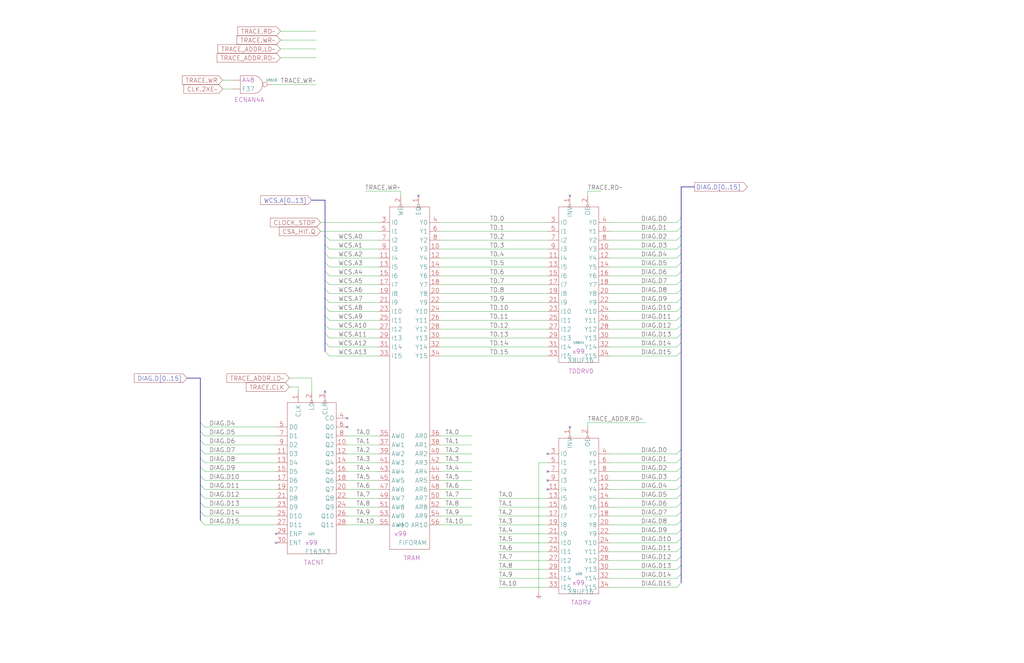
<source format=kicad_sch>
(kicad_sch (version 20230121) (generator eeschema)
  (paper "User" 584.2 378.46)
  (title_block (title "TRACE RAMS") (date "22-SEP-90") (rev "2.0") (comment 1 "IOC") (comment 2 "232-003061") (comment 3 "S400") (comment 4 "RELEASED"))
  (lib_symbols
    (symbol "r1000:F163X3" (pin_names (offset 1.016))
      (property "Reference" "U" (at 2.54 5.08 0))
      (property "Value" "F163X3" (at -1.27 -5.08 0))
      (property "Location" "___" (at -1.27 0 0))
      (property "Name" "______" (at 3.81 -12.7 0))
      (symbol "F163X3_1_1"
        (rectangle (start -11.43 80.01) (end 16.51 -6.35))
        (circle (center 2.54 80.645) (radius 0.635))
        (circle (center 10.16 80.645) (radius 0.635))
        (pin input line (at -5.08 86.36 270) (length 6.35) (name "CLK") (number "1"))
        (pin output line (at 22.86 55.88 180) (length 6.35) (name "Q2") (number "10"))
        (pin input line (at -17.78 50.8 0) (length 6.35) (name "D3") (number "11"))
        (pin output line (at 22.86 50.8 180) (length 6.35) (name "Q3") (number "12"))
        (pin input line (at -17.78 45.72 0) (length 6.35) (name "D4") (number "13"))
        (pin output line (at 22.86 45.72 180) (length 6.35) (name "Q4") (number "14"))
        (pin input line (at -17.78 40.64 0) (length 6.35) (name "D5") (number "15"))
        (pin output line (at 22.86 40.64 180) (length 6.35) (name "Q5") (number "16"))
        (pin input line (at -17.78 35.56 0) (length 6.35) (name "D6") (number "17"))
        (pin output line (at 22.86 35.56 180) (length 6.35) (name "Q6") (number "18"))
        (pin input line (at -17.78 30.48 0) (length 6.35) (name "D7") (number "19"))
        (pin input line (at 2.54 86.36 270) (length 5.08) (name "LD") (number "2"))
        (pin output line (at 22.86 30.48 180) (length 6.35) (name "Q7") (number "20"))
        (pin input line (at -17.78 25.4 0) (length 6.35) (name "D8") (number "21"))
        (pin output line (at 22.86 25.4 180) (length 6.35) (name "Q8") (number "22"))
        (pin input line (at -17.78 20.32 0) (length 6.35) (name "D9") (number "23"))
        (pin output line (at 22.86 20.32 180) (length 6.35) (name "Q9") (number "24"))
        (pin input line (at -17.78 15.24 0) (length 6.35) (name "D10") (number "25"))
        (pin output line (at 22.86 15.24 180) (length 6.35) (name "Q10") (number "26"))
        (pin input line (at -17.78 10.16 0) (length 6.35) (name "D11") (number "27"))
        (pin output line (at 22.86 10.16 180) (length 6.35) (name "Q11") (number "28"))
        (pin input line (at -17.78 5.08 0) (length 6.35) (name "ENP") (number "29"))
        (pin input line (at 10.16 86.36 270) (length 5.08) (name "CLR") (number "3"))
        (pin input line (at -17.78 0 0) (length 6.35) (name "ENT") (number "30"))
        (pin output line (at 22.86 71.12 180) (length 6.35) (name "CO") (number "4"))
        (pin input line (at -17.78 66.04 0) (length 6.35) (name "D0") (number "5"))
        (pin output line (at 22.86 66.04 180) (length 6.35) (name "Q0") (number "6"))
        (pin input line (at -17.78 60.96 0) (length 6.35) (name "D1") (number "7"))
        (pin output line (at 22.86 60.96 180) (length 6.35) (name "Q1") (number "8"))
        (pin input line (at -17.78 55.88 0) (length 6.35) (name "D2") (number "9"))
      )
    )
    (symbol "r1000:F37" (pin_numbers hide) (pin_names (offset 0) hide)
      (property "Reference" "U" (at 15.24 0 0))
      (property "Value" "F37" (at 1.905 -5.08 0))
      (property "Location" "___" (at 1.905 0 0))
      (property "Name" "______" (at 2.54 -12.7 0))
      (symbol "F37_0_1"
        (polyline (pts (xy -2.54 -7.62) (xy 5.08 -7.62)) (stroke (width 0.1524)))
        (polyline (pts (xy -2.54 2.54) (xy -2.54 -7.62)) (stroke (width 0.1524)))
        (polyline (pts (xy -2.54 2.54) (xy 5.08 2.54)) (stroke (width 0.1524)))
        (arc (start 5.08 -7.62) (mid 10.1282 -2.54) (end 5.08 2.54) (stroke (width 0.1524)))
        (circle (center 11.43 -2.54) (radius 1.27) (stroke (width 0.1524)))
      )
      (symbol "F37_0_2"
        (circle (center -3.81 -5.08) (radius 1.27) (stroke (width 0.1524)))
        (circle (center -3.81 0) (radius 1.27) (stroke (width 0.1524)))
        (arc (start -3.175 -7.62) (mid -2.134 -2.54) (end -3.175 2.54) (stroke (width 0.1524)))
        (polyline (pts (xy -3.175 -7.62) (xy 3.81 -7.62)) (stroke (width 0.1524)))
        (polyline (pts (xy -3.175 2.54) (xy 3.81 2.54)) (stroke (width 0.1524)))
        (arc (start 3.81 -7.62) (mid 7.5855 -5.8306) (end 10.16 -2.54) (stroke (width 0.1524)))
        (arc (start 10.16 -2.54) (mid 7.5827 0.7471) (end 3.81 2.54) (stroke (width 0.1524)))
      )
      (symbol "F37_1_1"
        (pin input line (at -7.62 0 0) (length 5.08) (name "D0") (number "1"))
        (pin input line (at -7.62 -5.08 0) (length 5.08) (name "D1") (number "2"))
        (pin output line (at 15.24 -2.54 180) (length 2.54) (name "Q") (number "3"))
      )
      (symbol "F37_1_2"
        (pin input line (at -7.62 0 0) (length 2.54) (name "D0") (number "1"))
        (pin input line (at -7.62 -5.08 0) (length 2.54) (name "D1") (number "2"))
        (pin output line (at 15.24 -2.54 180) (length 5.08) (name "Q") (number "3"))
      )
    )
    (symbol "r1000:FIFORAM" (pin_names (offset 1.016))
      (property "Reference" "U" (at 2.54 5.08 0))
      (property "Value" "FIFORAM" (at 1.27 -5.08 0))
      (property "Location" "___" (at -1.27 0 0))
      (property "Name" "______" (at 8.89 -15.24 0))
      (symbol "FIFORAM_1_1"
        (rectangle (start -3.81 186.69) (end 19.05 -8.89))
        (circle (center 2.54 187.325) (radius 0.635))
        (circle (center 12.7 187.325) (radius 0.635))
        (pin output line (at 12.7 193.04 270) (length 5.08) (name "EQ") (number "1"))
        (pin output line (at 25.4 162.56 180) (length 6.35) (name "Y3") (number "10"))
        (pin input line (at -10.16 157.48 0) (length 6.35) (name "I4") (number "11"))
        (pin output line (at 25.4 157.48 180) (length 6.35) (name "Y4") (number "12"))
        (pin input line (at -10.16 152.4 0) (length 6.35) (name "I5") (number "13"))
        (pin output line (at 25.4 152.4 180) (length 6.35) (name "Y5") (number "14"))
        (pin input line (at -10.16 147.32 0) (length 6.35) (name "I6") (number "15"))
        (pin output line (at 25.4 147.32 180) (length 6.35) (name "Y6") (number "16"))
        (pin input line (at -10.16 142.24 0) (length 6.35) (name "I7") (number "17"))
        (pin output line (at 25.4 142.24 180) (length 6.35) (name "Y7") (number "18"))
        (pin input line (at -10.16 137.16 0) (length 6.35) (name "I8") (number "19"))
        (pin input line (at 2.54 193.04 270) (length 5.08) (name "WE") (number "2"))
        (pin output line (at 25.4 137.16 180) (length 6.35) (name "Y8") (number "20"))
        (pin input line (at -10.16 132.08 0) (length 6.35) (name "I9") (number "21"))
        (pin output line (at 25.4 132.08 180) (length 6.35) (name "Y9") (number "22"))
        (pin input line (at -10.16 127 0) (length 6.35) (name "I10") (number "23"))
        (pin output line (at 25.4 127 180) (length 6.35) (name "Y10") (number "24"))
        (pin input line (at -10.16 121.92 0) (length 6.35) (name "I11") (number "25"))
        (pin output line (at 25.4 121.92 180) (length 6.35) (name "Y11") (number "26"))
        (pin input line (at -10.16 116.84 0) (length 6.35) (name "I12") (number "27"))
        (pin output line (at 25.4 116.84 180) (length 6.35) (name "Y12") (number "28"))
        (pin input line (at -10.16 111.76 0) (length 6.35) (name "I13") (number "29"))
        (pin input line (at -10.16 177.8 0) (length 6.35) (name "I0") (number "3"))
        (pin output line (at 25.4 111.76 180) (length 6.35) (name "Y13") (number "30"))
        (pin input line (at -10.16 106.68 0) (length 6.35) (name "I14") (number "31"))
        (pin output line (at 25.4 106.68 180) (length 6.35) (name "Y14") (number "32"))
        (pin input line (at -10.16 101.6 0) (length 6.35) (name "I15") (number "33"))
        (pin output line (at 25.4 101.6 180) (length 6.35) (name "Y15") (number "34"))
        (pin input line (at -10.16 55.88 0) (length 6.35) (name "AW0") (number "35"))
        (pin input line (at 25.4 55.88 180) (length 6.35) (name "AR0") (number "36"))
        (pin input line (at -10.16 50.8 0) (length 6.35) (name "AW1") (number "37"))
        (pin input line (at 25.4 50.8 180) (length 6.35) (name "AR1") (number "38"))
        (pin input line (at -10.16 45.72 0) (length 6.35) (name "AW2") (number "39"))
        (pin output line (at 25.4 177.8 180) (length 6.35) (name "Y0") (number "4"))
        (pin input line (at 25.4 45.72 180) (length 6.35) (name "AR2") (number "40"))
        (pin input line (at -10.16 40.64 0) (length 6.35) (name "AW3") (number "41"))
        (pin input line (at 25.4 40.64 180) (length 6.35) (name "AR3") (number "42"))
        (pin input line (at -10.16 35.56 0) (length 6.35) (name "AW4") (number "43"))
        (pin input line (at 25.4 35.56 180) (length 6.35) (name "AR4") (number "44"))
        (pin input line (at -10.16 30.48 0) (length 6.35) (name "AW5") (number "45"))
        (pin input line (at 25.4 30.48 180) (length 6.35) (name "AR5") (number "46"))
        (pin input line (at -10.16 25.4 0) (length 6.35) (name "AW6") (number "47"))
        (pin input line (at 25.4 25.4 180) (length 6.35) (name "AR6") (number "48"))
        (pin input line (at -10.16 20.32 0) (length 6.35) (name "AW7") (number "49"))
        (pin input line (at -10.16 172.72 0) (length 6.35) (name "I1") (number "5"))
        (pin input line (at 25.4 20.32 180) (length 6.35) (name "AR7") (number "50"))
        (pin input line (at -10.16 15.24 0) (length 6.35) (name "AW8") (number "51"))
        (pin input line (at 25.4 15.24 180) (length 6.35) (name "AR8") (number "52"))
        (pin input line (at -10.16 10.16 0) (length 6.35) (name "AW9") (number "53"))
        (pin input line (at 25.4 10.16 180) (length 6.35) (name "AR9") (number "54"))
        (pin input line (at -10.16 5.08 0) (length 6.35) (name "AW10") (number "55"))
        (pin input line (at 25.4 5.08 180) (length 6.35) (name "AR10") (number "56"))
        (pin output line (at 25.4 172.72 180) (length 6.35) (name "Y1") (number "6"))
        (pin input line (at -10.16 167.64 0) (length 6.35) (name "I2") (number "7"))
        (pin output line (at 25.4 167.64 180) (length 6.35) (name "Y2") (number "8"))
        (pin input line (at -10.16 162.56 0) (length 6.35) (name "I3") (number "9"))
      )
    )
    (symbol "r1000:PD" (power) (pin_numbers hide) (pin_names hide) (in_bom no)
      (symbol "PD_0_1"
        (polyline (pts (xy 0 -2.54) (xy 1.27 -2.54) (xy 0 -3.81) (xy -1.27 -2.54) (xy 0 -2.54)) (stroke (width 0.1524)))
      )
      (symbol "PD_1_1"
        (pin power_in line (at 0 0 270) (length 2.54) (name "PD") (number "1"))
      )
    )
    (symbol "r1000:XBUF16" (pin_names (offset 1.016))
      (property "Reference" "U" (at 2.54 5.08 0))
      (property "Value" "XBUF16" (at -3.81 -5.08 0))
      (property "Location" "___" (at -1.27 0 0))
      (property "Name" "______" (at 3.81 -12.7 0))
      (symbol "XBUF16_1_1"
        (rectangle (start -8.89 82.55) (end 13.97 -6.35))
        (circle (center -2.54 83.185) (radius 0.635))
        (circle (center 7.62 83.185) (radius 0.635))
        (pin input line (at -2.54 88.9 270) (length 5.08) (name "INV") (number "1"))
        (pin tri_state line (at 20.32 58.42 180) (length 6.35) (name "Y3") (number "10"))
        (pin input line (at -15.24 53.34 0) (length 6.35) (name "I4") (number "11"))
        (pin tri_state line (at 20.32 53.34 180) (length 6.35) (name "Y4") (number "12"))
        (pin input line (at -15.24 48.26 0) (length 6.35) (name "I5") (number "13"))
        (pin tri_state line (at 20.32 48.26 180) (length 6.35) (name "Y5") (number "14"))
        (pin input line (at -15.24 43.18 0) (length 6.35) (name "I6") (number "15"))
        (pin tri_state line (at 20.32 43.18 180) (length 6.35) (name "Y6") (number "16"))
        (pin input line (at -15.24 38.1 0) (length 6.35) (name "I7") (number "17"))
        (pin tri_state line (at 20.32 38.1 180) (length 6.35) (name "Y7") (number "18"))
        (pin input line (at -15.24 33.02 0) (length 6.35) (name "I8") (number "19"))
        (pin input line (at 7.62 88.9 270) (length 5.08) (name "OE") (number "2"))
        (pin tri_state line (at 20.32 33.02 180) (length 6.35) (name "Y8") (number "20"))
        (pin input line (at -15.24 27.94 0) (length 6.35) (name "I9") (number "21"))
        (pin tri_state line (at 20.32 27.94 180) (length 6.35) (name "Y9") (number "22"))
        (pin input line (at -15.24 22.86 0) (length 6.35) (name "I10") (number "23"))
        (pin tri_state line (at 20.32 22.86 180) (length 6.35) (name "Y10") (number "24"))
        (pin input line (at -15.24 17.78 0) (length 6.35) (name "I11") (number "25"))
        (pin tri_state line (at 20.32 17.78 180) (length 6.35) (name "Y11") (number "26"))
        (pin input line (at -15.24 12.7 0) (length 6.35) (name "I12") (number "27"))
        (pin tri_state line (at 20.32 12.7 180) (length 6.35) (name "Y12") (number "28"))
        (pin input line (at -15.24 7.62 0) (length 6.35) (name "I13") (number "29"))
        (pin input line (at -15.24 73.66 0) (length 6.35) (name "I0") (number "3"))
        (pin tri_state line (at 20.32 7.62 180) (length 6.35) (name "Y13") (number "30"))
        (pin input line (at -15.24 2.54 0) (length 6.35) (name "I14") (number "31"))
        (pin tri_state line (at 20.32 2.54 180) (length 6.35) (name "Y14") (number "32"))
        (pin input line (at -15.24 -2.54 0) (length 6.35) (name "I15") (number "33"))
        (pin tri_state line (at 20.32 -2.54 180) (length 6.35) (name "Y15") (number "34"))
        (pin tri_state line (at 20.32 73.66 180) (length 6.35) (name "Y0") (number "4"))
        (pin input line (at -15.24 68.58 0) (length 6.35) (name "I1") (number "5"))
        (pin tri_state line (at 20.32 68.58 180) (length 6.35) (name "Y1") (number "6"))
        (pin input line (at -15.24 63.5 0) (length 6.35) (name "I2") (number "7"))
        (pin tri_state line (at 20.32 63.5 180) (length 6.35) (name "Y2") (number "8"))
        (pin input line (at -15.24 58.42 0) (length 6.35) (name "I3") (number "9"))
      )
    )
  )
  (no_connect (at 312.42 269.24))
  (no_connect (at 312.42 259.08))
  (no_connect (at 325.12 111.76))
  (no_connect (at 238.76 111.76))
  (no_connect (at 325.12 243.84))
  (no_connect (at 157.48 309.88))
  (no_connect (at 312.42 274.32))
  (no_connect (at 312.42 279.4))
  (no_connect (at 157.48 304.8))
  (no_connect (at 198.12 238.76))
  (no_connect (at 198.12 243.84))
  (no_connect (at 185.42 223.52))
  (bus_entry (at 388.62 129.54) (size -2.54 2.54))
  (bus_entry (at 114.3 256.54) (size 2.54 2.54))
  (bus_entry (at 388.62 327.66) (size -2.54 2.54))
  (bus_entry (at 185.42 190.5) (size 2.54 2.54))
  (bus_entry (at 185.42 144.78) (size 2.54 2.54))
  (bus_entry (at 388.62 170.18) (size -2.54 2.54))
  (bus_entry (at 185.42 154.94) (size 2.54 2.54))
  (bus_entry (at 114.3 281.94) (size 2.54 2.54))
  (bus_entry (at 388.62 200.66) (size -2.54 2.54))
  (bus_entry (at 114.3 292.1) (size 2.54 2.54))
  (bus_entry (at 388.62 332.74) (size -2.54 2.54))
  (bus_entry (at 114.3 287.02) (size 2.54 2.54))
  (bus_entry (at 388.62 154.94) (size -2.54 2.54))
  (bus_entry (at 388.62 175.26) (size -2.54 2.54))
  (bus_entry (at 185.42 149.86) (size 2.54 2.54))
  (bus_entry (at 388.62 307.34) (size -2.54 2.54))
  (bus_entry (at 388.62 144.78) (size -2.54 2.54))
  (bus_entry (at 185.42 195.58) (size 2.54 2.54))
  (bus_entry (at 185.42 185.42) (size 2.54 2.54))
  (bus_entry (at 114.3 276.86) (size 2.54 2.54))
  (bus_entry (at 388.62 134.62) (size -2.54 2.54))
  (bus_entry (at 388.62 256.54) (size -2.54 2.54))
  (bus_entry (at 388.62 297.18) (size -2.54 2.54))
  (bus_entry (at 388.62 185.42) (size -2.54 2.54))
  (bus_entry (at 185.42 180.34) (size 2.54 2.54))
  (bus_entry (at 388.62 281.94) (size -2.54 2.54))
  (bus_entry (at 185.42 139.7) (size 2.54 2.54))
  (bus_entry (at 114.3 271.78) (size 2.54 2.54))
  (bus_entry (at 114.3 297.18) (size 2.54 2.54))
  (bus_entry (at 388.62 149.86) (size -2.54 2.54))
  (bus_entry (at 388.62 190.5) (size -2.54 2.54))
  (bus_entry (at 388.62 160.02) (size -2.54 2.54))
  (bus_entry (at 388.62 302.26) (size -2.54 2.54))
  (bus_entry (at 185.42 170.18) (size 2.54 2.54))
  (bus_entry (at 388.62 287.02) (size -2.54 2.54))
  (bus_entry (at 388.62 292.1) (size -2.54 2.54))
  (bus_entry (at 388.62 180.34) (size -2.54 2.54))
  (bus_entry (at 388.62 261.62) (size -2.54 2.54))
  (bus_entry (at 388.62 322.58) (size -2.54 2.54))
  (bus_entry (at 388.62 165.1) (size -2.54 2.54))
  (bus_entry (at 388.62 271.78) (size -2.54 2.54))
  (bus_entry (at 114.3 241.3) (size 2.54 2.54))
  (bus_entry (at 388.62 266.7) (size -2.54 2.54))
  (bus_entry (at 185.42 175.26) (size 2.54 2.54))
  (bus_entry (at 114.3 246.38) (size 2.54 2.54))
  (bus_entry (at 114.3 266.7) (size 2.54 2.54))
  (bus_entry (at 388.62 276.86) (size -2.54 2.54))
  (bus_entry (at 185.42 200.66) (size 2.54 2.54))
  (bus_entry (at 185.42 160.02) (size 2.54 2.54))
  (bus_entry (at 388.62 317.5) (size -2.54 2.54))
  (bus_entry (at 114.3 261.62) (size 2.54 2.54))
  (bus_entry (at 185.42 165.1) (size 2.54 2.54))
  (bus_entry (at 185.42 134.62) (size 2.54 2.54))
  (bus_entry (at 388.62 195.58) (size -2.54 2.54))
  (bus_entry (at 388.62 139.7) (size -2.54 2.54))
  (bus_entry (at 114.3 251.46) (size 2.54 2.54))
  (bus_entry (at 388.62 124.46) (size -2.54 2.54))
  (bus_entry (at 388.62 312.42) (size -2.54 2.54))
  (bus (pts (xy 388.62 165.1) (xy 388.62 170.18)))
  (wire (pts (xy 251.46 279.4) (xy 269.24 279.4)))
  (wire (pts (xy 347.98 314.96) (xy 386.08 314.96)))
  (bus (pts (xy 185.42 190.5) (xy 185.42 195.58)))
  (wire (pts (xy 116.84 264.16) (xy 157.48 264.16)))
  (bus (pts (xy 185.42 134.62) (xy 185.42 139.7)))
  (wire (pts (xy 347.98 325.12) (xy 386.08 325.12)))
  (bus (pts (xy 388.62 292.1) (xy 388.62 297.18)))
  (wire (pts (xy 284.48 325.12) (xy 312.42 325.12)))
  (bus (pts (xy 114.3 287.02) (xy 114.3 292.1)))
  (bus (pts (xy 388.62 160.02) (xy 388.62 165.1)))
  (wire (pts (xy 198.12 299.72) (xy 215.9 299.72)))
  (wire (pts (xy 284.48 309.88) (xy 312.42 309.88)))
  (wire (pts (xy 347.98 294.64) (xy 386.08 294.64)))
  (bus (pts (xy 388.62 175.26) (xy 388.62 180.34)))
  (wire (pts (xy 347.98 264.16) (xy 386.08 264.16)))
  (wire (pts (xy 198.12 279.4) (xy 215.9 279.4)))
  (wire (pts (xy 284.48 330.2) (xy 312.42 330.2)))
  (bus (pts (xy 388.62 312.42) (xy 388.62 317.5)))
  (wire (pts (xy 187.96 167.64) (xy 215.9 167.64)))
  (wire (pts (xy 187.96 182.88) (xy 215.9 182.88)))
  (wire (pts (xy 269.24 294.64) (xy 251.46 294.64)))
  (wire (pts (xy 251.46 269.24) (xy 269.24 269.24)))
  (wire (pts (xy 116.84 279.4) (xy 157.48 279.4)))
  (bus (pts (xy 388.62 170.18) (xy 388.62 175.26)))
  (bus (pts (xy 388.62 200.66) (xy 388.62 256.54)))
  (wire (pts (xy 335.28 109.22) (xy 335.28 111.76)))
  (wire (pts (xy 251.46 157.48) (xy 312.42 157.48)))
  (wire (pts (xy 116.84 299.72) (xy 157.48 299.72)))
  (wire (pts (xy 269.24 264.16) (xy 251.46 264.16)))
  (wire (pts (xy 187.96 203.2) (xy 215.9 203.2)))
  (bus (pts (xy 114.3 292.1) (xy 114.3 297.18)))
  (bus (pts (xy 388.62 195.58) (xy 388.62 200.66)))
  (wire (pts (xy 228.6 109.22) (xy 228.6 111.76)))
  (wire (pts (xy 347.98 193.04) (xy 386.08 193.04)))
  (bus (pts (xy 388.62 256.54) (xy 388.62 261.62)))
  (wire (pts (xy 251.46 289.56) (xy 269.24 289.56)))
  (wire (pts (xy 347.98 335.28) (xy 386.08 335.28)))
  (wire (pts (xy 187.96 187.96) (xy 215.9 187.96)))
  (bus (pts (xy 185.42 180.34) (xy 185.42 185.42)))
  (wire (pts (xy 127 50.8) (xy 132.08 50.8)))
  (wire (pts (xy 251.46 254) (xy 269.24 254)))
  (bus (pts (xy 185.42 185.42) (xy 185.42 190.5)))
  (bus (pts (xy 388.62 185.42) (xy 388.62 190.5)))
  (bus (pts (xy 388.62 154.94) (xy 388.62 160.02)))
  (wire (pts (xy 116.84 284.48) (xy 157.48 284.48)))
  (bus (pts (xy 114.3 281.94) (xy 114.3 287.02)))
  (bus (pts (xy 388.62 322.58) (xy 388.62 327.66)))
  (bus (pts (xy 185.42 195.58) (xy 185.42 200.66)))
  (bus (pts (xy 388.62 190.5) (xy 388.62 195.58)))
  (bus (pts (xy 388.62 149.86) (xy 388.62 154.94)))
  (wire (pts (xy 187.96 157.48) (xy 215.9 157.48)))
  (wire (pts (xy 187.96 152.4) (xy 215.9 152.4)))
  (wire (pts (xy 347.98 284.48) (xy 386.08 284.48)))
  (wire (pts (xy 347.98 198.12) (xy 386.08 198.12)))
  (bus (pts (xy 388.62 317.5) (xy 388.62 322.58)))
  (bus (pts (xy 388.62 287.02) (xy 388.62 292.1)))
  (wire (pts (xy 284.48 284.48) (xy 312.42 284.48)))
  (bus (pts (xy 388.62 139.7) (xy 388.62 144.78)))
  (bus (pts (xy 185.42 154.94) (xy 185.42 160.02)))
  (wire (pts (xy 187.96 162.56) (xy 215.9 162.56)))
  (wire (pts (xy 347.98 320.04) (xy 386.08 320.04)))
  (bus (pts (xy 388.62 276.86) (xy 388.62 281.94)))
  (wire (pts (xy 347.98 187.96) (xy 386.08 187.96)))
  (wire (pts (xy 335.28 241.3) (xy 335.28 243.84)))
  (wire (pts (xy 182.88 127) (xy 215.9 127)))
  (bus (pts (xy 388.62 307.34) (xy 388.62 312.42)))
  (wire (pts (xy 251.46 172.72) (xy 312.42 172.72)))
  (wire (pts (xy 160.02 22.86) (xy 180.34 22.86)))
  (wire (pts (xy 347.98 330.2) (xy 386.08 330.2)))
  (wire (pts (xy 187.96 137.16) (xy 215.9 137.16)))
  (wire (pts (xy 187.96 147.32) (xy 215.9 147.32)))
  (wire (pts (xy 312.42 264.16) (xy 307.34 264.16)))
  (wire (pts (xy 347.98 132.08) (xy 386.08 132.08)))
  (wire (pts (xy 347.98 152.4) (xy 386.08 152.4)))
  (wire (pts (xy 347.98 259.08) (xy 386.08 259.08)))
  (wire (pts (xy 154.94 48.26) (xy 180.34 48.26)))
  (wire (pts (xy 251.46 132.08) (xy 312.42 132.08)))
  (bus (pts (xy 388.62 124.46) (xy 388.62 129.54)))
  (wire (pts (xy 116.84 274.32) (xy 157.48 274.32)))
  (wire (pts (xy 347.98 203.2) (xy 386.08 203.2)))
  (wire (pts (xy 215.9 274.32) (xy 198.12 274.32)))
  (wire (pts (xy 284.48 289.56) (xy 312.42 289.56)))
  (wire (pts (xy 198.12 269.24) (xy 215.9 269.24)))
  (wire (pts (xy 215.9 264.16) (xy 198.12 264.16)))
  (bus (pts (xy 185.42 175.26) (xy 185.42 180.34)))
  (wire (pts (xy 198.12 248.92) (xy 215.9 248.92)))
  (wire (pts (xy 251.46 182.88) (xy 312.42 182.88)))
  (bus (pts (xy 388.62 261.62) (xy 388.62 266.7)))
  (wire (pts (xy 251.46 203.2) (xy 312.42 203.2)))
  (bus (pts (xy 185.42 114.3) (xy 185.42 134.62)))
  (wire (pts (xy 116.84 248.92) (xy 157.48 248.92)))
  (wire (pts (xy 127 45.72) (xy 132.08 45.72)))
  (bus (pts (xy 388.62 327.66) (xy 388.62 332.74)))
  (wire (pts (xy 251.46 193.04) (xy 312.42 193.04)))
  (wire (pts (xy 347.98 309.88) (xy 386.08 309.88)))
  (wire (pts (xy 284.48 335.28) (xy 312.42 335.28)))
  (bus (pts (xy 388.62 297.18) (xy 388.62 302.26)))
  (wire (pts (xy 251.46 127) (xy 312.42 127)))
  (bus (pts (xy 114.3 261.62) (xy 114.3 266.7)))
  (wire (pts (xy 208.28 109.22) (xy 228.6 109.22)))
  (wire (pts (xy 116.84 243.84) (xy 157.48 243.84)))
  (wire (pts (xy 251.46 177.8) (xy 312.42 177.8)))
  (wire (pts (xy 187.96 198.12) (xy 215.9 198.12)))
  (wire (pts (xy 165.1 215.9) (xy 177.8 215.9)))
  (wire (pts (xy 116.84 259.08) (xy 157.48 259.08)))
  (bus (pts (xy 388.62 134.62) (xy 388.62 139.7)))
  (wire (pts (xy 182.88 132.08) (xy 215.9 132.08)))
  (bus (pts (xy 185.42 139.7) (xy 185.42 144.78)))
  (wire (pts (xy 347.98 167.64) (xy 386.08 167.64)))
  (wire (pts (xy 347.98 274.32) (xy 386.08 274.32)))
  (wire (pts (xy 198.12 289.56) (xy 215.9 289.56)))
  (bus (pts (xy 388.62 302.26) (xy 388.62 307.34)))
  (wire (pts (xy 347.98 172.72) (xy 386.08 172.72)))
  (bus (pts (xy 185.42 165.1) (xy 185.42 170.18)))
  (bus (pts (xy 388.62 144.78) (xy 388.62 149.86)))
  (wire (pts (xy 198.12 259.08) (xy 215.9 259.08)))
  (wire (pts (xy 284.48 304.8) (xy 312.42 304.8)))
  (wire (pts (xy 251.46 198.12) (xy 312.42 198.12)))
  (bus (pts (xy 388.62 106.68) (xy 396.24 106.68)))
  (wire (pts (xy 347.98 269.24) (xy 386.08 269.24)))
  (wire (pts (xy 177.8 215.9) (xy 177.8 223.52)))
  (bus (pts (xy 388.62 266.7) (xy 388.62 271.78)))
  (wire (pts (xy 116.84 269.24) (xy 157.48 269.24)))
  (wire (pts (xy 215.9 294.64) (xy 198.12 294.64)))
  (wire (pts (xy 347.98 147.32) (xy 386.08 147.32)))
  (bus (pts (xy 114.3 246.38) (xy 114.3 251.46)))
  (wire (pts (xy 251.46 162.56) (xy 312.42 162.56)))
  (wire (pts (xy 251.46 152.4) (xy 312.42 152.4)))
  (bus (pts (xy 185.42 144.78) (xy 185.42 149.86)))
  (wire (pts (xy 284.48 299.72) (xy 312.42 299.72)))
  (wire (pts (xy 165.1 220.98) (xy 170.18 220.98)))
  (bus (pts (xy 388.62 129.54) (xy 388.62 134.62)))
  (wire (pts (xy 269.24 274.32) (xy 251.46 274.32)))
  (wire (pts (xy 170.18 220.98) (xy 170.18 223.52)))
  (bus (pts (xy 185.42 170.18) (xy 185.42 175.26)))
  (bus (pts (xy 114.3 215.9) (xy 114.3 241.3)))
  (wire (pts (xy 160.02 33.02) (xy 180.34 33.02)))
  (wire (pts (xy 160.02 17.78) (xy 180.34 17.78)))
  (wire (pts (xy 116.84 254) (xy 157.48 254)))
  (bus (pts (xy 177.8 114.3) (xy 185.42 114.3)))
  (bus (pts (xy 114.3 256.54) (xy 114.3 261.62)))
  (bus (pts (xy 388.62 271.78) (xy 388.62 276.86)))
  (wire (pts (xy 269.24 284.48) (xy 251.46 284.48)))
  (wire (pts (xy 347.98 279.4) (xy 386.08 279.4)))
  (bus (pts (xy 185.42 160.02) (xy 185.42 165.1)))
  (bus (pts (xy 185.42 149.86) (xy 185.42 154.94)))
  (wire (pts (xy 347.98 289.56) (xy 386.08 289.56)))
  (wire (pts (xy 284.48 294.64) (xy 312.42 294.64)))
  (bus (pts (xy 114.3 251.46) (xy 114.3 256.54)))
  (wire (pts (xy 251.46 147.32) (xy 312.42 147.32)))
  (wire (pts (xy 251.46 248.92) (xy 269.24 248.92)))
  (wire (pts (xy 347.98 177.8) (xy 386.08 177.8)))
  (wire (pts (xy 284.48 314.96) (xy 312.42 314.96)))
  (wire (pts (xy 187.96 142.24) (xy 215.9 142.24)))
  (bus (pts (xy 106.68 215.9) (xy 114.3 215.9)))
  (wire (pts (xy 347.98 137.16) (xy 386.08 137.16)))
  (wire (pts (xy 251.46 167.64) (xy 312.42 167.64)))
  (bus (pts (xy 114.3 241.3) (xy 114.3 246.38)))
  (wire (pts (xy 251.46 187.96) (xy 312.42 187.96)))
  (wire (pts (xy 187.96 172.72) (xy 215.9 172.72)))
  (bus (pts (xy 388.62 281.94) (xy 388.62 287.02)))
  (wire (pts (xy 347.98 162.56) (xy 386.08 162.56)))
  (wire (pts (xy 368.3 241.3) (xy 335.28 241.3)))
  (wire (pts (xy 187.96 177.8) (xy 215.9 177.8)))
  (wire (pts (xy 251.46 137.16) (xy 312.42 137.16)))
  (wire (pts (xy 347.98 182.88) (xy 386.08 182.88)))
  (bus (pts (xy 114.3 271.78) (xy 114.3 276.86)))
  (wire (pts (xy 307.34 264.16) (xy 307.34 337.82)))
  (wire (pts (xy 347.98 304.8) (xy 386.08 304.8)))
  (wire (pts (xy 116.84 289.56) (xy 157.48 289.56)))
  (bus (pts (xy 114.3 266.7) (xy 114.3 271.78)))
  (wire (pts (xy 347.98 142.24) (xy 386.08 142.24)))
  (wire (pts (xy 198.12 254) (xy 215.9 254)))
  (wire (pts (xy 160.02 27.94) (xy 180.34 27.94)))
  (wire (pts (xy 342.9 109.22) (xy 335.28 109.22)))
  (wire (pts (xy 284.48 320.04) (xy 312.42 320.04)))
  (wire (pts (xy 347.98 127) (xy 386.08 127)))
  (wire (pts (xy 187.96 193.04) (xy 215.9 193.04)))
  (wire (pts (xy 215.9 284.48) (xy 198.12 284.48)))
  (bus (pts (xy 388.62 180.34) (xy 388.62 185.42)))
  (wire (pts (xy 251.46 142.24) (xy 312.42 142.24)))
  (bus (pts (xy 388.62 106.68) (xy 388.62 124.46)))
  (wire (pts (xy 347.98 299.72) (xy 386.08 299.72)))
  (wire (pts (xy 347.98 157.48) (xy 386.08 157.48)))
  (wire (pts (xy 251.46 259.08) (xy 269.24 259.08)))
  (wire (pts (xy 251.46 299.72) (xy 269.24 299.72)))
  (bus (pts (xy 114.3 276.86) (xy 114.3 281.94)))
  (wire (pts (xy 116.84 294.64) (xy 157.48 294.64)))
  (label "DIAG.D14" (at 119.38 294.64 0) (effects (font (size 2.54 2.54))))
  (label "DIAG.D9" (at 365.76 172.72 0) (effects (font (size 2.54 2.54))))
  (label "TA.5" (at 284.48 309.88 0) (effects (font (size 2.54 2.54))))
  (label "TA.3" (at 203.2 264.16 0) (effects (font (size 2.54 2.54))))
  (label "DIAG.D5" (at 365.76 152.4 0) (effects (font (size 2.54 2.54))))
  (label "DIAG.D4" (at 365.76 279.4 0) (effects (font (size 2.54 2.54))))
  (label "TA.5" (at 254 274.32 0) (effects (font (size 2.54 2.54))))
  (label "TD.0" (at 279.4 127 0) (effects (font (size 2.54 2.54))))
  (label "TD.12" (at 279.4 187.96 0) (effects (font (size 2.54 2.54))))
  (label "TA.3" (at 284.48 299.72 0) (effects (font (size 2.54 2.54))))
  (label "WCS.A0" (at 193.04 137.16 0) (effects (font (size 2.54 2.54))))
  (label "TA.10" (at 203.2 299.72 0) (effects (font (size 2.54 2.54))))
  (label "TD.14" (at 279.4 198.12 0) (effects (font (size 2.54 2.54))))
  (label "DIAG.D12" (at 365.76 187.96 0) (effects (font (size 2.54 2.54))))
  (label "WCS.A2" (at 193.04 147.32 0) (effects (font (size 2.54 2.54))))
  (label "DIAG.D13" (at 365.76 325.12 0) (effects (font (size 2.54 2.54))))
  (label "TA.6" (at 254 279.4 0) (effects (font (size 2.54 2.54))))
  (label "WCS.A3" (at 193.04 152.4 0) (effects (font (size 2.54 2.54))))
  (label "TD.2" (at 279.4 137.16 0) (effects (font (size 2.54 2.54))))
  (label "TRACE.RD~" (at 335.28 109.22 0) (effects (font (size 2.54 2.54))))
  (label "TA.1" (at 254 254 0) (effects (font (size 2.54 2.54))))
  (label "DIAG.D7" (at 365.76 162.56 0) (effects (font (size 2.54 2.54))))
  (label "DIAG.D1" (at 365.76 132.08 0) (effects (font (size 2.54 2.54))))
  (label "WCS.A13" (at 193.04 203.2 0) (effects (font (size 2.54 2.54))))
  (label "DIAG.D0" (at 365.76 259.08 0) (effects (font (size 2.54 2.54))))
  (label "DIAG.D8" (at 365.76 167.64 0) (effects (font (size 2.54 2.54))))
  (label "TRACE.WR~" (at 160.02 48.26 0) (effects (font (size 2.54 2.54))))
  (label "WCS.A5" (at 193.04 162.56 0) (effects (font (size 2.54 2.54))))
  (label "TA.0" (at 203.2 248.92 0) (effects (font (size 2.54 2.54))))
  (label "DIAG.D9" (at 365.76 304.8 0) (effects (font (size 2.54 2.54))))
  (label "TD.10" (at 279.4 177.8 0) (effects (font (size 2.54 2.54))))
  (label "DIAG.D8" (at 365.76 299.72 0) (effects (font (size 2.54 2.54))))
  (label "TA.6" (at 284.48 314.96 0) (effects (font (size 2.54 2.54))))
  (label "TA.0" (at 254 248.92 0) (effects (font (size 2.54 2.54))))
  (label "TD.9" (at 279.4 172.72 0) (effects (font (size 2.54 2.54))))
  (label "WCS.A7" (at 193.04 172.72 0) (effects (font (size 2.54 2.54))))
  (label "WCS.A4" (at 193.04 157.48 0) (effects (font (size 2.54 2.54))))
  (label "WCS.A8" (at 193.04 177.8 0) (effects (font (size 2.54 2.54))))
  (label "TA.4" (at 254 269.24 0) (effects (font (size 2.54 2.54))))
  (label "DIAG.D15" (at 119.38 299.72 0) (effects (font (size 2.54 2.54))))
  (label "TA.8" (at 284.48 325.12 0) (effects (font (size 2.54 2.54))))
  (label "TA.3" (at 254 264.16 0) (effects (font (size 2.54 2.54))))
  (label "TD.8" (at 279.4 167.64 0) (effects (font (size 2.54 2.54))))
  (label "DIAG.D11" (at 119.38 279.4 0) (effects (font (size 2.54 2.54))))
  (label "TD.11" (at 279.4 182.88 0) (effects (font (size 2.54 2.54))))
  (label "DIAG.D14" (at 365.76 330.2 0) (effects (font (size 2.54 2.54))))
  (label "TA.2" (at 254 259.08 0) (effects (font (size 2.54 2.54))))
  (label "DIAG.D9" (at 119.38 269.24 0) (effects (font (size 2.54 2.54))))
  (label "TA.0" (at 284.48 284.48 0) (effects (font (size 2.54 2.54))))
  (label "WCS.A10" (at 193.04 187.96 0) (effects (font (size 2.54 2.54))))
  (label "TA.6" (at 203.2 279.4 0) (effects (font (size 2.54 2.54))))
  (label "DIAG.D6" (at 365.76 289.56 0) (effects (font (size 2.54 2.54))))
  (label "DIAG.D11" (at 365.76 182.88 0) (effects (font (size 2.54 2.54))))
  (label "TRACE_ADDR.RD~" (at 335.28 241.3 0) (effects (font (size 2.54 2.54))))
  (label "WCS.A11" (at 193.04 193.04 0) (effects (font (size 2.54 2.54))))
  (label "TA.9" (at 254 294.64 0) (effects (font (size 2.54 2.54))))
  (label "TA.1" (at 284.48 289.56 0) (effects (font (size 2.54 2.54))))
  (label "TA.10" (at 284.48 335.28 0) (effects (font (size 2.54 2.54))))
  (label "TA.7" (at 203.2 284.48 0) (effects (font (size 2.54 2.54))))
  (label "TD.7" (at 279.4 162.56 0) (effects (font (size 2.54 2.54))))
  (label "DIAG.D11" (at 365.76 314.96 0) (effects (font (size 2.54 2.54))))
  (label "TRACE.WR~" (at 208.28 109.22 0) (effects (font (size 2.54 2.54))))
  (label "DIAG.D2" (at 365.76 269.24 0) (effects (font (size 2.54 2.54))))
  (label "DIAG.D12" (at 119.38 284.48 0) (effects (font (size 2.54 2.54))))
  (label "DIAG.D10" (at 365.76 177.8 0) (effects (font (size 2.54 2.54))))
  (label "DIAG.D8" (at 119.38 264.16 0) (effects (font (size 2.54 2.54))))
  (label "TA.8" (at 254 289.56 0) (effects (font (size 2.54 2.54))))
  (label "DIAG.D1" (at 365.76 264.16 0) (effects (font (size 2.54 2.54))))
  (label "TA.10" (at 254 299.72 0) (effects (font (size 2.54 2.54))))
  (label "DIAG.D7" (at 365.76 294.64 0) (effects (font (size 2.54 2.54))))
  (label "TA.8" (at 203.2 289.56 0) (effects (font (size 2.54 2.54))))
  (label "TD.1" (at 279.4 132.08 0) (effects (font (size 2.54 2.54))))
  (label "TD.4" (at 279.4 147.32 0) (effects (font (size 2.54 2.54))))
  (label "WCS.A1" (at 193.04 142.24 0) (effects (font (size 2.54 2.54))))
  (label "TA.9" (at 203.2 294.64 0) (effects (font (size 2.54 2.54))))
  (label "DIAG.D13" (at 119.38 289.56 0) (effects (font (size 2.54 2.54))))
  (label "TD.5" (at 279.4 152.4 0) (effects (font (size 2.54 2.54))))
  (label "TA.2" (at 203.2 259.08 0) (effects (font (size 2.54 2.54))))
  (label "DIAG.D4" (at 119.38 243.84 0) (effects (font (size 2.54 2.54))))
  (label "DIAG.D6" (at 365.76 157.48 0) (effects (font (size 2.54 2.54))))
  (label "DIAG.D0" (at 365.76 127 0) (effects (font (size 2.54 2.54))))
  (label "WCS.A9" (at 193.04 182.88 0) (effects (font (size 2.54 2.54))))
  (label "DIAG.D15" (at 365.76 203.2 0) (effects (font (size 2.54 2.54))))
  (label "DIAG.D10" (at 119.38 274.32 0) (effects (font (size 2.54 2.54))))
  (label "DIAG.D13" (at 365.76 193.04 0) (effects (font (size 2.54 2.54))))
  (label "TA.2" (at 284.48 294.64 0) (effects (font (size 2.54 2.54))))
  (label "TA.4" (at 203.2 269.24 0) (effects (font (size 2.54 2.54))))
  (label "DIAG.D3" (at 365.76 142.24 0) (effects (font (size 2.54 2.54))))
  (label "DIAG.D5" (at 365.76 284.48 0) (effects (font (size 2.54 2.54))))
  (label "DIAG.D15" (at 365.76 335.28 0) (effects (font (size 2.54 2.54))))
  (label "TD.15" (at 279.4 203.2 0) (effects (font (size 2.54 2.54))))
  (label "DIAG.D5" (at 119.38 248.92 0) (effects (font (size 2.54 2.54))))
  (label "DIAG.D2" (at 365.76 137.16 0) (effects (font (size 2.54 2.54))))
  (label "TD.13" (at 279.4 193.04 0) (effects (font (size 2.54 2.54))))
  (label "TD.6" (at 279.4 157.48 0) (effects (font (size 2.54 2.54))))
  (label "DIAG.D4" (at 365.76 147.32 0) (effects (font (size 2.54 2.54))))
  (label "DIAG.D12" (at 365.76 320.04 0) (effects (font (size 2.54 2.54))))
  (label "TA.7" (at 254 284.48 0) (effects (font (size 2.54 2.54))))
  (label "TA.4" (at 284.48 304.8 0) (effects (font (size 2.54 2.54))))
  (label "DIAG.D7" (at 119.38 259.08 0) (effects (font (size 2.54 2.54))))
  (label "DIAG.D10" (at 365.76 309.88 0) (effects (font (size 2.54 2.54))))
  (label "TD.3" (at 279.4 142.24 0) (effects (font (size 2.54 2.54))))
  (label "TA.1" (at 203.2 254 0) (effects (font (size 2.54 2.54))))
  (label "DIAG.D6" (at 119.38 254 0) (effects (font (size 2.54 2.54))))
  (label "TA.9" (at 284.48 330.2 0) (effects (font (size 2.54 2.54))))
  (label "DIAG.D3" (at 365.76 274.32 0) (effects (font (size 2.54 2.54))))
  (label "TA.7" (at 284.48 320.04 0) (effects (font (size 2.54 2.54))))
  (label "WCS.A12" (at 193.04 198.12 0) (effects (font (size 2.54 2.54))))
  (label "TA.5" (at 203.2 274.32 0) (effects (font (size 2.54 2.54))))
  (label "WCS.A6" (at 193.04 167.64 0) (effects (font (size 2.54 2.54))))
  (label "DIAG.D14" (at 365.76 198.12 0) (effects (font (size 2.54 2.54))))
  (global_label "CLK.2XE~" (shape input) (at 127 50.8 180) (effects (font (size 2.54 2.54))) (property "Intersheetrefs" "${INTERSHEET_REFS}" (at 98.3282 50.6413 0) (effects (font (size 1.905 1.905)) (justify right))))
  (global_label "WCS.A[0..13]" (shape input) (at 177.8 114.3 180) (effects (font (size 2.54 2.54))) (property "Intersheetrefs" "${INTERSHEET_REFS}" (at 148.6626 114.1413 0) (effects (font (size 1.905 1.905)) (justify right))))
  (global_label "TRACE_ADDR.LD~" (shape input) (at 165.1 215.9 180) (effects (font (size 2.54 2.54))) (property "Intersheetrefs" "${INTERSHEET_REFS}" (at 129.0501 215.7413 0) (effects (font (size 1.905 1.905)) (justify right))))
  (global_label "TRACE_ADDR.RD~" (shape input) (at 160.02 33.02 180) (effects (font (size 2.54 2.54))) (property "Intersheetrefs" "${INTERSHEET_REFS}" (at 123.8673 32.8613 0) (effects (font (size 1.905 1.905)) (justify right))))
  (global_label "CSA_HIT.Q" (shape input) (at 182.88 132.08 180) (effects (font (size 2.54 2.54))) (property "Intersheetrefs" "${INTERSHEET_REFS}" (at 159.3064 131.9213 0) (effects (font (size 1.905 1.905)) (justify right))))
  (global_label "CLOCK_STOP" (shape input) (at 182.88 127 180) (effects (font (size 2.54 2.54))) (property "Intersheetrefs" "${INTERSHEET_REFS}" (at 154.2264 126.8413 0) (effects (font (size 1.905 1.905)) (justify right))))
  (global_label "DIAG.D[0..15]" (shape input) (at 106.68 215.9 180) (effects (font (size 2.54 2.54))) (property "Intersheetrefs" "${INTERSHEET_REFS}" (at 75.7179 215.9 0) (effects (font (size 1.905 1.905)) (justify right))))
  (global_label "TRACE.WR~" (shape input) (at 160.02 22.86 180) (effects (font (size 2.54 2.54))) (property "Intersheetrefs" "${INTERSHEET_REFS}" (at 135.2369 22.7013 0) (effects (font (size 1.905 1.905)) (justify right))))
  (global_label "TRACE.CLK" (shape input) (at 165.1 220.98 180) (effects (font (size 2.54 2.54))) (property "Intersheetrefs" "${INTERSHEET_REFS}" (at 140.0568 220.8213 0) (effects (font (size 1.905 1.905)) (justify right))))
  (global_label "TRACE.RD~" (shape input) (at 160.02 17.78 180) (effects (font (size 2.54 2.54))) (property "Intersheetrefs" "${INTERSHEET_REFS}" (at 135.5997 17.6213 0) (effects (font (size 1.905 1.905)) (justify right))))
  (global_label "TRACE.WR" (shape input) (at 127 45.72 180) (effects (font (size 2.54 2.54))) (property "Intersheetrefs" "${INTERSHEET_REFS}" (at 103.6501 45.5613 0) (effects (font (size 1.905 1.905)) (justify right))))
  (global_label "DIAG.D[0..15]" (shape output) (at 396.24 106.68 0) (effects (font (size 2.54 2.54))) (property "Intersheetrefs" "${INTERSHEET_REFS}" (at 426.345 106.5213 0) (effects (font (size 1.905 1.905)) (justify left))))
  (global_label "TRACE_ADDR.LD~" (shape input) (at 160.02 27.94 180) (effects (font (size 2.54 2.54))) (property "Intersheetrefs" "${INTERSHEET_REFS}" (at 124.3511 27.7813 0) (effects (font (size 1.905 1.905)) (justify right))))
  (symbol (lib_id "r1000:PD") (at 307.34 337.82 0) (unit 1) (in_bom no)
    (property "Reference" "#PWR05501" (effects hide))
    (property "Value" "PD" (effects hide))
  )
  (symbol (lib_id "r1000:F37") (at 139.7 45.72 0) (unit 1)
    (property "Reference" "U5510" (at 154.94 45.72 0))
    (property "Value" "F37" (at 141.605 50.8 0) (effects (font (size 2.54 2.54))))
    (property "Location" "A48" (at 141.605 45.72 0) (effects (font (size 2.54 2.54))))
    (property "Name" "ECNAN4A" (at 142.24 58.42 0) (effects (font (size 2.54 2.54)) (justify bottom)))
  )
  (symbol (lib_id "r1000:XBUF16") (at 327.66 200.66 0) (unit 1)
    (property "Reference" "U5614" (at 330.2 195.58 0))
    (property "Value" "XBUF16" (at 323.85 205.74 0) (effects (font (size 2.54 2.54)) (justify left)))
    (property "Location" "x99" (at 326.39 200.66 0) (effects (font (size 2.54 2.54)) (justify left)))
    (property "Name" "TDDRV0" (at 331.47 213.36 0) (effects (font (size 2.54 2.54)) (justify bottom)))
  )
  (symbol (lib_id "r1000:FIFORAM") (at 226.06 304.8 0) (unit 1)
    (property "Reference" "U19" (at 228.6 299.72 0))
    (property "Value" "FIFORAM" (at 227.33 309.88 0) (effects (font (size 2.54 2.54)) (justify left)))
    (property "Location" "x99" (at 224.79 304.8 0) (effects (font (size 2.54 2.54)) (justify left)))
    (property "Name" "TRAM" (at 234.95 320.04 0) (effects (font (size 2.54 2.54)) (justify bottom)))
  )
  (symbol (lib_id "r1000:XBUF16") (at 327.66 332.74 0) (unit 1)
    (property "Reference" "U20" (at 330.2 327.66 0))
    (property "Value" "XBUF16" (at 323.85 337.82 0) (effects (font (size 2.54 2.54)) (justify left)))
    (property "Location" "x99" (at 326.39 332.74 0) (effects (font (size 2.54 2.54)) (justify left)))
    (property "Name" "TADRV" (at 331.47 345.44 0) (effects (font (size 2.54 2.54)) (justify bottom)))
  )
  (symbol (lib_id "r1000:F163X3") (at 175.26 309.88 0) (unit 1)
    (property "Reference" "U21" (at 177.8 304.8 0))
    (property "Value" "F163X3" (at 173.99 314.96 0) (effects (font (size 2.54 2.54)) (justify left)))
    (property "Location" "x99" (at 173.99 309.88 0) (effects (font (size 2.54 2.54)) (justify left)))
    (property "Name" "TACNT" (at 179.07 322.58 0) (effects (font (size 2.54 2.54)) (justify bottom)))
  )
)
</source>
